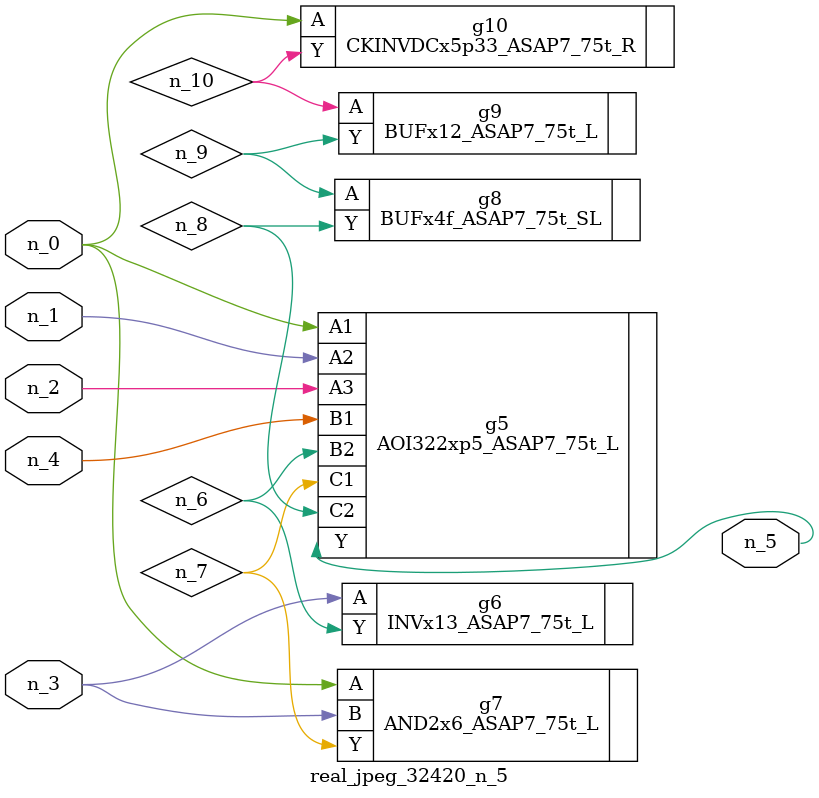
<source format=v>
module real_jpeg_32420_n_5 (n_4, n_0, n_1, n_2, n_3, n_5);

input n_4;
input n_0;
input n_1;
input n_2;
input n_3;

output n_5;

wire n_8;
wire n_6;
wire n_7;
wire n_10;
wire n_9;

AOI322xp5_ASAP7_75t_L g5 ( 
.A1(n_0),
.A2(n_1),
.A3(n_2),
.B1(n_4),
.B2(n_6),
.C1(n_7),
.C2(n_8),
.Y(n_5)
);

AND2x6_ASAP7_75t_L g7 ( 
.A(n_0),
.B(n_3),
.Y(n_7)
);

CKINVDCx5p33_ASAP7_75t_R g10 ( 
.A(n_0),
.Y(n_10)
);

INVx13_ASAP7_75t_L g6 ( 
.A(n_3),
.Y(n_6)
);

BUFx4f_ASAP7_75t_SL g8 ( 
.A(n_9),
.Y(n_8)
);

BUFx12_ASAP7_75t_L g9 ( 
.A(n_10),
.Y(n_9)
);


endmodule
</source>
